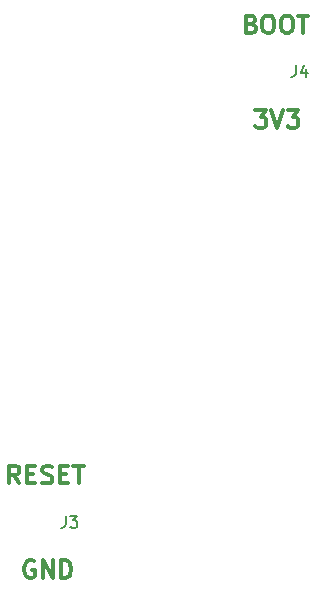
<source format=gbr>
%TF.GenerationSoftware,KiCad,Pcbnew,8.0.2*%
%TF.CreationDate,2025-12-13T15:13:10-08:00*%
%TF.ProjectId,mx-unsaver-numpad,6d782d75-6e73-4617-9665-722d6e756d70,rev?*%
%TF.SameCoordinates,Original*%
%TF.FileFunction,Legend,Top*%
%TF.FilePolarity,Positive*%
%FSLAX46Y46*%
G04 Gerber Fmt 4.6, Leading zero omitted, Abs format (unit mm)*
G04 Created by KiCad (PCBNEW 8.0.2) date 2025-12-13 15:13:10*
%MOMM*%
%LPD*%
G01*
G04 APERTURE LIST*
%ADD10C,0.300000*%
%ADD11C,0.150000*%
G04 APERTURE END LIST*
D10*
X27130225Y-41432257D02*
X26987368Y-41360828D01*
X26987368Y-41360828D02*
X26773082Y-41360828D01*
X26773082Y-41360828D02*
X26558796Y-41432257D01*
X26558796Y-41432257D02*
X26415939Y-41575114D01*
X26415939Y-41575114D02*
X26344510Y-41717971D01*
X26344510Y-41717971D02*
X26273082Y-42003685D01*
X26273082Y-42003685D02*
X26273082Y-42217971D01*
X26273082Y-42217971D02*
X26344510Y-42503685D01*
X26344510Y-42503685D02*
X26415939Y-42646542D01*
X26415939Y-42646542D02*
X26558796Y-42789400D01*
X26558796Y-42789400D02*
X26773082Y-42860828D01*
X26773082Y-42860828D02*
X26915939Y-42860828D01*
X26915939Y-42860828D02*
X27130225Y-42789400D01*
X27130225Y-42789400D02*
X27201653Y-42717971D01*
X27201653Y-42717971D02*
X27201653Y-42217971D01*
X27201653Y-42217971D02*
X26915939Y-42217971D01*
X27844510Y-42860828D02*
X27844510Y-41360828D01*
X27844510Y-41360828D02*
X28701653Y-42860828D01*
X28701653Y-42860828D02*
X28701653Y-41360828D01*
X29415939Y-42860828D02*
X29415939Y-41360828D01*
X29415939Y-41360828D02*
X29773082Y-41360828D01*
X29773082Y-41360828D02*
X29987368Y-41432257D01*
X29987368Y-41432257D02*
X30130225Y-41575114D01*
X30130225Y-41575114D02*
X30201654Y-41717971D01*
X30201654Y-41717971D02*
X30273082Y-42003685D01*
X30273082Y-42003685D02*
X30273082Y-42217971D01*
X30273082Y-42217971D02*
X30201654Y-42503685D01*
X30201654Y-42503685D02*
X30130225Y-42646542D01*
X30130225Y-42646542D02*
X29987368Y-42789400D01*
X29987368Y-42789400D02*
X29773082Y-42860828D01*
X29773082Y-42860828D02*
X29415939Y-42860828D01*
X25891653Y-34850828D02*
X25391653Y-34136542D01*
X25034510Y-34850828D02*
X25034510Y-33350828D01*
X25034510Y-33350828D02*
X25605939Y-33350828D01*
X25605939Y-33350828D02*
X25748796Y-33422257D01*
X25748796Y-33422257D02*
X25820225Y-33493685D01*
X25820225Y-33493685D02*
X25891653Y-33636542D01*
X25891653Y-33636542D02*
X25891653Y-33850828D01*
X25891653Y-33850828D02*
X25820225Y-33993685D01*
X25820225Y-33993685D02*
X25748796Y-34065114D01*
X25748796Y-34065114D02*
X25605939Y-34136542D01*
X25605939Y-34136542D02*
X25034510Y-34136542D01*
X26534510Y-34065114D02*
X27034510Y-34065114D01*
X27248796Y-34850828D02*
X26534510Y-34850828D01*
X26534510Y-34850828D02*
X26534510Y-33350828D01*
X26534510Y-33350828D02*
X27248796Y-33350828D01*
X27820225Y-34779400D02*
X28034511Y-34850828D01*
X28034511Y-34850828D02*
X28391653Y-34850828D01*
X28391653Y-34850828D02*
X28534511Y-34779400D01*
X28534511Y-34779400D02*
X28605939Y-34707971D01*
X28605939Y-34707971D02*
X28677368Y-34565114D01*
X28677368Y-34565114D02*
X28677368Y-34422257D01*
X28677368Y-34422257D02*
X28605939Y-34279400D01*
X28605939Y-34279400D02*
X28534511Y-34207971D01*
X28534511Y-34207971D02*
X28391653Y-34136542D01*
X28391653Y-34136542D02*
X28105939Y-34065114D01*
X28105939Y-34065114D02*
X27963082Y-33993685D01*
X27963082Y-33993685D02*
X27891653Y-33922257D01*
X27891653Y-33922257D02*
X27820225Y-33779400D01*
X27820225Y-33779400D02*
X27820225Y-33636542D01*
X27820225Y-33636542D02*
X27891653Y-33493685D01*
X27891653Y-33493685D02*
X27963082Y-33422257D01*
X27963082Y-33422257D02*
X28105939Y-33350828D01*
X28105939Y-33350828D02*
X28463082Y-33350828D01*
X28463082Y-33350828D02*
X28677368Y-33422257D01*
X29320224Y-34065114D02*
X29820224Y-34065114D01*
X30034510Y-34850828D02*
X29320224Y-34850828D01*
X29320224Y-34850828D02*
X29320224Y-33350828D01*
X29320224Y-33350828D02*
X30034510Y-33350828D01*
X30463082Y-33350828D02*
X31320225Y-33350828D01*
X30891653Y-34850828D02*
X30891653Y-33350828D01*
X45871653Y-3270828D02*
X46800225Y-3270828D01*
X46800225Y-3270828D02*
X46300225Y-3842257D01*
X46300225Y-3842257D02*
X46514510Y-3842257D01*
X46514510Y-3842257D02*
X46657368Y-3913685D01*
X46657368Y-3913685D02*
X46728796Y-3985114D01*
X46728796Y-3985114D02*
X46800225Y-4127971D01*
X46800225Y-4127971D02*
X46800225Y-4485114D01*
X46800225Y-4485114D02*
X46728796Y-4627971D01*
X46728796Y-4627971D02*
X46657368Y-4699400D01*
X46657368Y-4699400D02*
X46514510Y-4770828D01*
X46514510Y-4770828D02*
X46085939Y-4770828D01*
X46085939Y-4770828D02*
X45943082Y-4699400D01*
X45943082Y-4699400D02*
X45871653Y-4627971D01*
X47228796Y-3270828D02*
X47728796Y-4770828D01*
X47728796Y-4770828D02*
X48228796Y-3270828D01*
X48585938Y-3270828D02*
X49514510Y-3270828D01*
X49514510Y-3270828D02*
X49014510Y-3842257D01*
X49014510Y-3842257D02*
X49228795Y-3842257D01*
X49228795Y-3842257D02*
X49371653Y-3913685D01*
X49371653Y-3913685D02*
X49443081Y-3985114D01*
X49443081Y-3985114D02*
X49514510Y-4127971D01*
X49514510Y-4127971D02*
X49514510Y-4485114D01*
X49514510Y-4485114D02*
X49443081Y-4627971D01*
X49443081Y-4627971D02*
X49371653Y-4699400D01*
X49371653Y-4699400D02*
X49228795Y-4770828D01*
X49228795Y-4770828D02*
X48800224Y-4770828D01*
X48800224Y-4770828D02*
X48657367Y-4699400D01*
X48657367Y-4699400D02*
X48585938Y-4627971D01*
X45534510Y4054885D02*
X45748796Y3983457D01*
X45748796Y3983457D02*
X45820225Y3912028D01*
X45820225Y3912028D02*
X45891653Y3769171D01*
X45891653Y3769171D02*
X45891653Y3554885D01*
X45891653Y3554885D02*
X45820225Y3412028D01*
X45820225Y3412028D02*
X45748796Y3340600D01*
X45748796Y3340600D02*
X45605939Y3269171D01*
X45605939Y3269171D02*
X45034510Y3269171D01*
X45034510Y3269171D02*
X45034510Y4769171D01*
X45034510Y4769171D02*
X45534510Y4769171D01*
X45534510Y4769171D02*
X45677368Y4697742D01*
X45677368Y4697742D02*
X45748796Y4626314D01*
X45748796Y4626314D02*
X45820225Y4483457D01*
X45820225Y4483457D02*
X45820225Y4340600D01*
X45820225Y4340600D02*
X45748796Y4197742D01*
X45748796Y4197742D02*
X45677368Y4126314D01*
X45677368Y4126314D02*
X45534510Y4054885D01*
X45534510Y4054885D02*
X45034510Y4054885D01*
X46820225Y4769171D02*
X47105939Y4769171D01*
X47105939Y4769171D02*
X47248796Y4697742D01*
X47248796Y4697742D02*
X47391653Y4554885D01*
X47391653Y4554885D02*
X47463082Y4269171D01*
X47463082Y4269171D02*
X47463082Y3769171D01*
X47463082Y3769171D02*
X47391653Y3483457D01*
X47391653Y3483457D02*
X47248796Y3340600D01*
X47248796Y3340600D02*
X47105939Y3269171D01*
X47105939Y3269171D02*
X46820225Y3269171D01*
X46820225Y3269171D02*
X46677368Y3340600D01*
X46677368Y3340600D02*
X46534510Y3483457D01*
X46534510Y3483457D02*
X46463082Y3769171D01*
X46463082Y3769171D02*
X46463082Y4269171D01*
X46463082Y4269171D02*
X46534510Y4554885D01*
X46534510Y4554885D02*
X46677368Y4697742D01*
X46677368Y4697742D02*
X46820225Y4769171D01*
X48391654Y4769171D02*
X48677368Y4769171D01*
X48677368Y4769171D02*
X48820225Y4697742D01*
X48820225Y4697742D02*
X48963082Y4554885D01*
X48963082Y4554885D02*
X49034511Y4269171D01*
X49034511Y4269171D02*
X49034511Y3769171D01*
X49034511Y3769171D02*
X48963082Y3483457D01*
X48963082Y3483457D02*
X48820225Y3340600D01*
X48820225Y3340600D02*
X48677368Y3269171D01*
X48677368Y3269171D02*
X48391654Y3269171D01*
X48391654Y3269171D02*
X48248797Y3340600D01*
X48248797Y3340600D02*
X48105939Y3483457D01*
X48105939Y3483457D02*
X48034511Y3769171D01*
X48034511Y3769171D02*
X48034511Y4269171D01*
X48034511Y4269171D02*
X48105939Y4554885D01*
X48105939Y4554885D02*
X48248797Y4697742D01*
X48248797Y4697742D02*
X48391654Y4769171D01*
X49463083Y4769171D02*
X50320226Y4769171D01*
X49891654Y3269171D02*
X49891654Y4769171D01*
D11*
X49286666Y565180D02*
X49286666Y-149104D01*
X49286666Y-149104D02*
X49239047Y-291961D01*
X49239047Y-291961D02*
X49143809Y-387200D01*
X49143809Y-387200D02*
X49000952Y-434819D01*
X49000952Y-434819D02*
X48905714Y-434819D01*
X50191428Y231847D02*
X50191428Y-434819D01*
X49953333Y612800D02*
X49715238Y-101485D01*
X49715238Y-101485D02*
X50334285Y-101485D01*
X29796666Y-37604819D02*
X29796666Y-38319104D01*
X29796666Y-38319104D02*
X29749047Y-38461961D01*
X29749047Y-38461961D02*
X29653809Y-38557200D01*
X29653809Y-38557200D02*
X29510952Y-38604819D01*
X29510952Y-38604819D02*
X29415714Y-38604819D01*
X30177619Y-37604819D02*
X30796666Y-37604819D01*
X30796666Y-37604819D02*
X30463333Y-37985771D01*
X30463333Y-37985771D02*
X30606190Y-37985771D01*
X30606190Y-37985771D02*
X30701428Y-38033390D01*
X30701428Y-38033390D02*
X30749047Y-38081009D01*
X30749047Y-38081009D02*
X30796666Y-38176247D01*
X30796666Y-38176247D02*
X30796666Y-38414342D01*
X30796666Y-38414342D02*
X30749047Y-38509580D01*
X30749047Y-38509580D02*
X30701428Y-38557200D01*
X30701428Y-38557200D02*
X30606190Y-38604819D01*
X30606190Y-38604819D02*
X30320476Y-38604819D01*
X30320476Y-38604819D02*
X30225238Y-38557200D01*
X30225238Y-38557200D02*
X30177619Y-38509580D01*
M02*

</source>
